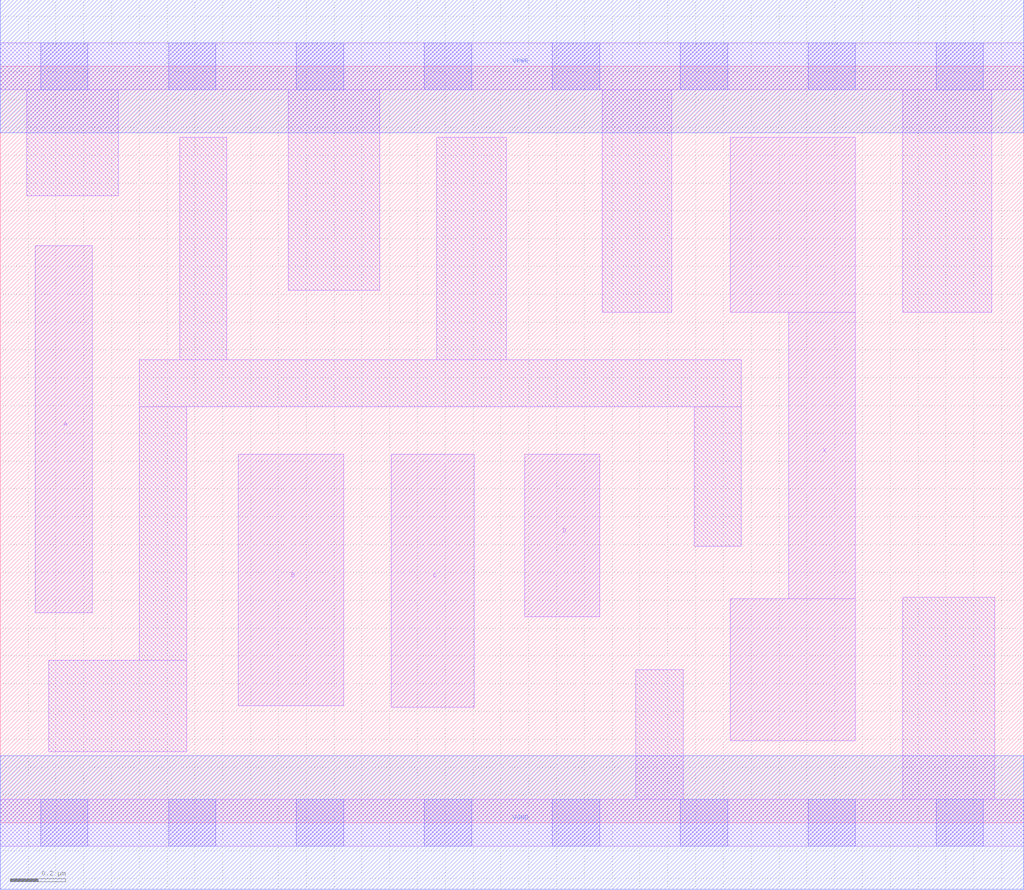
<source format=lef>
# Copyright 2020 The SkyWater PDK Authors
#
# Licensed under the Apache License, Version 2.0 (the "License");
# you may not use this file except in compliance with the License.
# You may obtain a copy of the License at
#
#     https://www.apache.org/licenses/LICENSE-2.0
#
# Unless required by applicable law or agreed to in writing, software
# distributed under the License is distributed on an "AS IS" BASIS,
# WITHOUT WARRANTIES OR CONDITIONS OF ANY KIND, either express or implied.
# See the License for the specific language governing permissions and
# limitations under the License.
#
# SPDX-License-Identifier: Apache-2.0

VERSION 5.7 ;
BUSBITCHARS "[]" ;
DIVIDERCHAR "/" ;
PROPERTYDEFINITIONS
  MACRO maskLayoutSubType STRING ;
  MACRO prCellType STRING ;
  MACRO originalViewName STRING ;
END PROPERTYDEFINITIONS
MACRO sky130_fd_sc_hdll__and4_2
  ORIGIN  0.000000  0.000000 ;
  CLASS CORE ;
  SYMMETRY X Y R90 ;
  SIZE  3.680000 BY  2.720000 ;
  SITE unithd ;
  PIN A
    ANTENNAGATEAREA  0.138600 ;
    DIRECTION INPUT ;
    USE SIGNAL ;
    PORT
      LAYER li1 ;
        RECT 0.125000 0.755000 0.330000 2.075000 ;
    END
  END A
  PIN B
    ANTENNAGATEAREA  0.138600 ;
    DIRECTION INPUT ;
    USE SIGNAL ;
    PORT
      LAYER li1 ;
        RECT 0.855000 0.420000 1.235000 1.325000 ;
    END
  END B
  PIN C
    ANTENNAGATEAREA  0.138600 ;
    DIRECTION INPUT ;
    USE SIGNAL ;
    PORT
      LAYER li1 ;
        RECT 1.405000 0.415000 1.705000 1.325000 ;
    END
  END C
  PIN D
    ANTENNAGATEAREA  0.138600 ;
    DIRECTION INPUT ;
    USE SIGNAL ;
    PORT
      LAYER li1 ;
        RECT 1.885000 0.740000 2.155000 1.325000 ;
    END
  END D
  PIN X
    ANTENNADIFFAREA  0.629500 ;
    DIRECTION OUTPUT ;
    USE SIGNAL ;
    PORT
      LAYER li1 ;
        RECT 2.625000 0.295000 3.075000 0.805000 ;
        RECT 2.625000 1.835000 3.075000 2.465000 ;
        RECT 2.835000 0.805000 3.075000 1.835000 ;
    END
  END X
  PIN VGND
    DIRECTION INOUT ;
    USE GROUND ;
    PORT
      LAYER met1 ;
        RECT 0.000000 -0.240000 3.680000 0.240000 ;
    END
  END VGND
  PIN VPWR
    DIRECTION INOUT ;
    USE POWER ;
    PORT
      LAYER met1 ;
        RECT 0.000000 2.480000 3.680000 2.960000 ;
    END
  END VPWR
  OBS
    LAYER li1 ;
      RECT 0.000000 -0.085000 3.680000 0.085000 ;
      RECT 0.000000  2.635000 3.680000 2.805000 ;
      RECT 0.095000  2.255000 0.425000 2.635000 ;
      RECT 0.175000  0.255000 0.670000 0.585000 ;
      RECT 0.500000  0.585000 0.670000 1.495000 ;
      RECT 0.500000  1.495000 2.665000 1.665000 ;
      RECT 0.645000  1.665000 0.815000 2.465000 ;
      RECT 1.035000  1.915000 1.365000 2.635000 ;
      RECT 1.570000  1.665000 1.820000 2.465000 ;
      RECT 2.165000  1.835000 2.415000 2.635000 ;
      RECT 2.285000  0.085000 2.455000 0.550000 ;
      RECT 2.495000  0.995000 2.665000 1.495000 ;
      RECT 3.245000  0.085000 3.575000 0.810000 ;
      RECT 3.245000  1.835000 3.565000 2.635000 ;
    LAYER mcon ;
      RECT 0.145000 -0.085000 0.315000 0.085000 ;
      RECT 0.145000  2.635000 0.315000 2.805000 ;
      RECT 0.605000 -0.085000 0.775000 0.085000 ;
      RECT 0.605000  2.635000 0.775000 2.805000 ;
      RECT 1.065000 -0.085000 1.235000 0.085000 ;
      RECT 1.065000  2.635000 1.235000 2.805000 ;
      RECT 1.525000 -0.085000 1.695000 0.085000 ;
      RECT 1.525000  2.635000 1.695000 2.805000 ;
      RECT 1.985000 -0.085000 2.155000 0.085000 ;
      RECT 1.985000  2.635000 2.155000 2.805000 ;
      RECT 2.445000 -0.085000 2.615000 0.085000 ;
      RECT 2.445000  2.635000 2.615000 2.805000 ;
      RECT 2.905000 -0.085000 3.075000 0.085000 ;
      RECT 2.905000  2.635000 3.075000 2.805000 ;
      RECT 3.365000 -0.085000 3.535000 0.085000 ;
      RECT 3.365000  2.635000 3.535000 2.805000 ;
  END
  PROPERTY maskLayoutSubType "abstract" ;
  PROPERTY prCellType "standard" ;
  PROPERTY originalViewName "layout" ;
END sky130_fd_sc_hdll__and4_2
END LIBRARY

</source>
